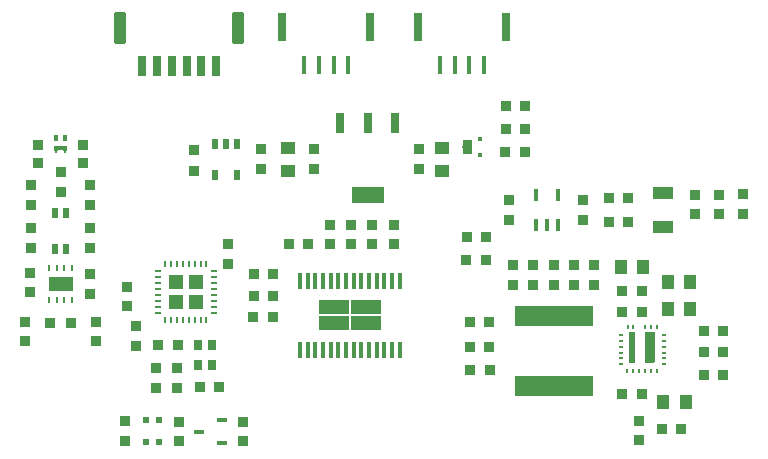
<source format=gbr>
G04*
G04 #@! TF.GenerationSoftware,Altium Limited,Altium Designer,24.7.2 (38)*
G04*
G04 Layer_Color=8421504*
%FSLAX25Y25*%
%MOIN*%
G70*
G04*
G04 #@! TF.SameCoordinates,AB7849DE-EAC8-4354-A705-FC1E97C67EB3*
G04*
G04*
G04 #@! TF.FilePolarity,Positive*
G04*
G01*
G75*
%ADD25R,0.05118X0.05118*%
%ADD26R,0.09875X0.04724*%
G04:AMPARAMS|DCode=27|XSize=38.83mil|YSize=46.7mil|CornerRadius=0mil|HoleSize=0mil|Usage=FLASHONLY|Rotation=180.000|XOffset=0mil|YOffset=0mil|HoleType=Round|Shape=RoundedRectangle|*
%AMROUNDEDRECTD27*
21,1,0.03883,0.04670,0,0,180.0*
21,1,0.03883,0.04670,0,0,180.0*
1,1,0.00000,-0.01941,0.02335*
1,1,0.00000,0.01941,0.02335*
1,1,0.00000,0.01941,-0.02335*
1,1,0.00000,-0.01941,-0.02335*
%
%ADD27ROUNDEDRECTD27*%
G04:AMPARAMS|DCode=28|XSize=34.01mil|YSize=30.08mil|CornerRadius=0mil|HoleSize=0mil|Usage=FLASHONLY|Rotation=270.000|XOffset=0mil|YOffset=0mil|HoleType=Round|Shape=RoundedRectangle|*
%AMROUNDEDRECTD28*
21,1,0.03401,0.03008,0,0,270.0*
21,1,0.03401,0.03008,0,0,270.0*
1,1,0.00000,-0.01504,-0.01701*
1,1,0.00000,-0.01504,0.01701*
1,1,0.00000,0.01504,0.01701*
1,1,0.00000,0.01504,-0.01701*
%
%ADD28ROUNDEDRECTD28*%
G04:AMPARAMS|DCode=29|XSize=53.15mil|YSize=11.81mil|CornerRadius=0mil|HoleSize=0mil|Usage=FLASHONLY|Rotation=270.000|XOffset=0mil|YOffset=0mil|HoleType=Round|Shape=RoundedRectangle|*
%AMROUNDEDRECTD29*
21,1,0.05315,0.01181,0,0,270.0*
21,1,0.05315,0.01181,0,0,270.0*
1,1,0.00000,-0.00591,-0.02657*
1,1,0.00000,-0.00591,0.02657*
1,1,0.00000,0.00591,0.02657*
1,1,0.00000,0.00591,-0.02657*
%
%ADD29ROUNDEDRECTD29*%
G04:AMPARAMS|DCode=30|XSize=263.11mil|YSize=66.26mil|CornerRadius=0mil|HoleSize=0mil|Usage=FLASHONLY|Rotation=180.000|XOffset=0mil|YOffset=0mil|HoleType=Round|Shape=RoundedRectangle|*
%AMROUNDEDRECTD30*
21,1,0.26311,0.06626,0,0,180.0*
21,1,0.26311,0.06626,0,0,180.0*
1,1,0.00000,-0.13156,0.03313*
1,1,0.00000,0.13156,0.03313*
1,1,0.00000,0.13156,-0.03313*
1,1,0.00000,-0.13156,-0.03313*
%
%ADD30ROUNDEDRECTD30*%
G04:AMPARAMS|DCode=31|XSize=34.01mil|YSize=30.08mil|CornerRadius=0mil|HoleSize=0mil|Usage=FLASHONLY|Rotation=0.000|XOffset=0mil|YOffset=0mil|HoleType=Round|Shape=RoundedRectangle|*
%AMROUNDEDRECTD31*
21,1,0.03401,0.03008,0,0,0.0*
21,1,0.03401,0.03008,0,0,0.0*
1,1,0.00000,0.01701,-0.01504*
1,1,0.00000,-0.01701,-0.01504*
1,1,0.00000,-0.01701,0.01504*
1,1,0.00000,0.01701,0.01504*
%
%ADD31ROUNDEDRECTD31*%
G04:AMPARAMS|DCode=32|XSize=38.83mil|YSize=46.7mil|CornerRadius=0mil|HoleSize=0mil|Usage=FLASHONLY|Rotation=90.000|XOffset=0mil|YOffset=0mil|HoleType=Round|Shape=RoundedRectangle|*
%AMROUNDEDRECTD32*
21,1,0.03883,0.04670,0,0,90.0*
21,1,0.03883,0.04670,0,0,90.0*
1,1,0.00000,0.02335,0.01941*
1,1,0.00000,0.02335,-0.01941*
1,1,0.00000,-0.02335,-0.01941*
1,1,0.00000,-0.02335,0.01941*
%
%ADD32ROUNDEDRECTD32*%
G04:AMPARAMS|DCode=33|XSize=15.99mil|YSize=59.3mil|CornerRadius=0mil|HoleSize=0mil|Usage=FLASHONLY|Rotation=180.000|XOffset=0mil|YOffset=0mil|HoleType=Round|Shape=RoundedRectangle|*
%AMROUNDEDRECTD33*
21,1,0.01599,0.05930,0,0,180.0*
21,1,0.01599,0.05930,0,0,180.0*
1,1,0.00000,-0.00800,0.02965*
1,1,0.00000,0.00800,0.02965*
1,1,0.00000,0.00800,-0.02965*
1,1,0.00000,-0.00800,-0.02965*
%
%ADD33ROUNDEDRECTD33*%
G04:AMPARAMS|DCode=34|XSize=26.79mil|YSize=93.72mil|CornerRadius=0mil|HoleSize=0mil|Usage=FLASHONLY|Rotation=180.000|XOffset=0mil|YOffset=0mil|HoleType=Round|Shape=RoundedRectangle|*
%AMROUNDEDRECTD34*
21,1,0.02679,0.09372,0,0,180.0*
21,1,0.02679,0.09372,0,0,180.0*
1,1,0.00000,-0.01339,0.04686*
1,1,0.00000,0.01339,0.04686*
1,1,0.00000,0.01339,-0.04686*
1,1,0.00000,-0.01339,-0.04686*
%
%ADD34ROUNDEDRECTD34*%
G04:AMPARAMS|DCode=35|XSize=39.37mil|YSize=106.3mil|CornerRadius=2.95mil|HoleSize=0mil|Usage=FLASHONLY|Rotation=180.000|XOffset=0mil|YOffset=0mil|HoleType=Round|Shape=RoundedRectangle|*
%AMROUNDEDRECTD35*
21,1,0.03937,0.10039,0,0,180.0*
21,1,0.03347,0.10630,0,0,180.0*
1,1,0.00591,-0.01673,0.05020*
1,1,0.00591,0.01673,0.05020*
1,1,0.00591,0.01673,-0.05020*
1,1,0.00591,-0.01673,-0.05020*
%
%ADD35ROUNDEDRECTD35*%
G04:AMPARAMS|DCode=36|XSize=23.62mil|YSize=66.93mil|CornerRadius=1.77mil|HoleSize=0mil|Usage=FLASHONLY|Rotation=180.000|XOffset=0mil|YOffset=0mil|HoleType=Round|Shape=RoundedRectangle|*
%AMROUNDEDRECTD36*
21,1,0.02362,0.06339,0,0,180.0*
21,1,0.02008,0.06693,0,0,180.0*
1,1,0.00354,-0.01004,0.03169*
1,1,0.00354,0.01004,0.03169*
1,1,0.00354,0.01004,-0.03169*
1,1,0.00354,-0.01004,-0.03169*
%
%ADD36ROUNDEDRECTD36*%
G04:AMPARAMS|DCode=37|XSize=30.08mil|YSize=34.01mil|CornerRadius=0mil|HoleSize=0mil|Usage=FLASHONLY|Rotation=180.000|XOffset=0mil|YOffset=0mil|HoleType=Round|Shape=RoundedRectangle|*
%AMROUNDEDRECTD37*
21,1,0.03008,0.03401,0,0,180.0*
21,1,0.03008,0.03401,0,0,180.0*
1,1,0.00000,-0.01504,0.01701*
1,1,0.00000,0.01504,0.01701*
1,1,0.00000,0.01504,-0.01701*
1,1,0.00000,-0.01504,-0.01701*
%
%ADD37ROUNDEDRECTD37*%
G04:AMPARAMS|DCode=38|XSize=20.13mil|YSize=8.32mil|CornerRadius=0mil|HoleSize=0mil|Usage=FLASHONLY|Rotation=180.000|XOffset=0mil|YOffset=0mil|HoleType=Round|Shape=RoundedRectangle|*
%AMROUNDEDRECTD38*
21,1,0.02013,0.00832,0,0,180.0*
21,1,0.02013,0.00832,0,0,180.0*
1,1,0.00000,-0.01006,0.00416*
1,1,0.00000,0.01006,0.00416*
1,1,0.00000,0.01006,-0.00416*
1,1,0.00000,-0.01006,-0.00416*
%
%ADD38ROUNDEDRECTD38*%
G04:AMPARAMS|DCode=39|XSize=20.13mil|YSize=8.32mil|CornerRadius=0mil|HoleSize=0mil|Usage=FLASHONLY|Rotation=90.000|XOffset=0mil|YOffset=0mil|HoleType=Round|Shape=RoundedRectangle|*
%AMROUNDEDRECTD39*
21,1,0.02013,0.00832,0,0,90.0*
21,1,0.02013,0.00832,0,0,90.0*
1,1,0.00000,0.00416,0.01006*
1,1,0.00000,0.00416,-0.01006*
1,1,0.00000,-0.00416,-0.01006*
1,1,0.00000,-0.00416,0.01006*
%
%ADD39ROUNDEDRECTD39*%
G04:AMPARAMS|DCode=40|XSize=15.85mil|YSize=31.21mil|CornerRadius=0mil|HoleSize=0mil|Usage=FLASHONLY|Rotation=90.000|XOffset=0mil|YOffset=0mil|HoleType=Round|Shape=RoundedRectangle|*
%AMROUNDEDRECTD40*
21,1,0.01585,0.03121,0,0,90.0*
21,1,0.01585,0.03121,0,0,90.0*
1,1,0.00000,0.01560,0.00793*
1,1,0.00000,0.01560,-0.00793*
1,1,0.00000,-0.01560,-0.00793*
1,1,0.00000,-0.01560,0.00793*
%
%ADD40ROUNDEDRECTD40*%
G04:AMPARAMS|DCode=41|XSize=21.35mil|YSize=21.35mil|CornerRadius=0mil|HoleSize=0mil|Usage=FLASHONLY|Rotation=270.000|XOffset=0mil|YOffset=0mil|HoleType=Round|Shape=RoundedRectangle|*
%AMROUNDEDRECTD41*
21,1,0.02135,0.02135,0,0,270.0*
21,1,0.02135,0.02135,0,0,270.0*
1,1,0.00000,-0.01067,-0.01067*
1,1,0.00000,-0.01067,0.01067*
1,1,0.00000,0.01067,0.01067*
1,1,0.00000,0.01067,-0.01067*
%
%ADD41ROUNDEDRECTD41*%
G04:AMPARAMS|DCode=42|XSize=30.97mil|YSize=27.03mil|CornerRadius=0mil|HoleSize=0mil|Usage=FLASHONLY|Rotation=90.000|XOffset=0mil|YOffset=0mil|HoleType=Round|Shape=RoundedRectangle|*
%AMROUNDEDRECTD42*
21,1,0.03097,0.02703,0,0,90.0*
21,1,0.03097,0.02703,0,0,90.0*
1,1,0.00000,0.01351,0.01548*
1,1,0.00000,0.01351,-0.01548*
1,1,0.00000,-0.01351,-0.01548*
1,1,0.00000,-0.01351,0.01548*
%
%ADD42ROUNDEDRECTD42*%
G04:AMPARAMS|DCode=43|XSize=30.08mil|YSize=34.01mil|CornerRadius=0mil|HoleSize=0mil|Usage=FLASHONLY|Rotation=270.000|XOffset=0mil|YOffset=0mil|HoleType=Round|Shape=RoundedRectangle|*
%AMROUNDEDRECTD43*
21,1,0.03008,0.03401,0,0,270.0*
21,1,0.03008,0.03401,0,0,270.0*
1,1,0.00000,-0.01701,-0.01504*
1,1,0.00000,-0.01701,0.01504*
1,1,0.00000,0.01701,0.01504*
1,1,0.00000,0.01701,-0.01504*
%
%ADD43ROUNDEDRECTD43*%
G04:AMPARAMS|DCode=44|XSize=15.24mil|YSize=36.9mil|CornerRadius=0mil|HoleSize=0mil|Usage=FLASHONLY|Rotation=180.000|XOffset=0mil|YOffset=0mil|HoleType=Round|Shape=RoundedRectangle|*
%AMROUNDEDRECTD44*
21,1,0.01524,0.03690,0,0,180.0*
21,1,0.01524,0.03690,0,0,180.0*
1,1,0.00000,-0.00762,0.01845*
1,1,0.00000,0.00762,0.01845*
1,1,0.00000,0.00762,-0.01845*
1,1,0.00000,-0.00762,-0.01845*
%
%ADD44ROUNDEDRECTD44*%
G04:AMPARAMS|DCode=45|XSize=64.83mil|YSize=37.27mil|CornerRadius=0mil|HoleSize=0mil|Usage=FLASHONLY|Rotation=0.000|XOffset=0mil|YOffset=0mil|HoleType=Round|Shape=RoundedRectangle|*
%AMROUNDEDRECTD45*
21,1,0.06483,0.03727,0,0,0.0*
21,1,0.06483,0.03727,0,0,0.0*
1,1,0.00000,0.03242,-0.01864*
1,1,0.00000,-0.03242,-0.01864*
1,1,0.00000,-0.03242,0.01864*
1,1,0.00000,0.03242,0.01864*
%
%ADD45ROUNDEDRECTD45*%
G04:AMPARAMS|DCode=46|XSize=17.31mil|YSize=8.46mil|CornerRadius=0mil|HoleSize=0mil|Usage=FLASHONLY|Rotation=90.000|XOffset=0mil|YOffset=0mil|HoleType=Round|Shape=RoundedRectangle|*
%AMROUNDEDRECTD46*
21,1,0.01731,0.00846,0,0,90.0*
21,1,0.01731,0.00846,0,0,90.0*
1,1,0.00000,0.00423,0.00866*
1,1,0.00000,0.00423,-0.00866*
1,1,0.00000,-0.00423,-0.00866*
1,1,0.00000,-0.00423,0.00866*
%
%ADD46ROUNDEDRECTD46*%
G04:AMPARAMS|DCode=47|XSize=47.55mil|YSize=79.04mil|CornerRadius=0mil|HoleSize=0mil|Usage=FLASHONLY|Rotation=90.000|XOffset=0mil|YOffset=0mil|HoleType=Round|Shape=RoundedRectangle|*
%AMROUNDEDRECTD47*
21,1,0.04755,0.07904,0,0,90.0*
21,1,0.04755,0.07904,0,0,90.0*
1,1,0.00000,0.03952,0.02377*
1,1,0.00000,0.03952,-0.02377*
1,1,0.00000,-0.03952,-0.02377*
1,1,0.00000,-0.03952,0.02377*
%
%ADD47ROUNDEDRECTD47*%
G04:AMPARAMS|DCode=48|XSize=11.65mil|YSize=17.56mil|CornerRadius=0mil|HoleSize=0mil|Usage=FLASHONLY|Rotation=0.000|XOffset=0mil|YOffset=0mil|HoleType=Round|Shape=RoundedRectangle|*
%AMROUNDEDRECTD48*
21,1,0.01165,0.01756,0,0,0.0*
21,1,0.01165,0.01756,0,0,0.0*
1,1,0.00000,0.00583,-0.00878*
1,1,0.00000,-0.00583,-0.00878*
1,1,0.00000,-0.00583,0.00878*
1,1,0.00000,0.00583,0.00878*
%
%ADD48ROUNDEDRECTD48*%
G04:AMPARAMS|DCode=49|XSize=34.63mil|YSize=16.92mil|CornerRadius=0mil|HoleSize=0mil|Usage=FLASHONLY|Rotation=270.000|XOffset=0mil|YOffset=0mil|HoleType=Round|Shape=RoundedRectangle|*
%AMROUNDEDRECTD49*
21,1,0.03463,0.01692,0,0,270.0*
21,1,0.03463,0.01692,0,0,270.0*
1,1,0.00000,-0.00846,-0.01732*
1,1,0.00000,-0.00846,0.01732*
1,1,0.00000,0.00846,0.01732*
1,1,0.00000,0.00846,-0.01732*
%
%ADD49ROUNDEDRECTD49*%
G04:AMPARAMS|DCode=50|XSize=26.33mil|YSize=63.74mil|CornerRadius=0mil|HoleSize=0mil|Usage=FLASHONLY|Rotation=0.000|XOffset=0mil|YOffset=0mil|HoleType=Round|Shape=RoundedRectangle|*
%AMROUNDEDRECTD50*
21,1,0.02633,0.06374,0,0,0.0*
21,1,0.02633,0.06374,0,0,0.0*
1,1,0.00000,0.01317,-0.03187*
1,1,0.00000,-0.01317,-0.03187*
1,1,0.00000,-0.01317,0.03187*
1,1,0.00000,0.01317,0.03187*
%
%ADD50ROUNDEDRECTD50*%
G04:AMPARAMS|DCode=51|XSize=53.72mil|YSize=106.87mil|CornerRadius=0mil|HoleSize=0mil|Usage=FLASHONLY|Rotation=270.000|XOffset=0mil|YOffset=0mil|HoleType=Round|Shape=RoundedRectangle|*
%AMROUNDEDRECTD51*
21,1,0.05372,0.10687,0,0,270.0*
21,1,0.05372,0.10687,0,0,270.0*
1,1,0.00000,-0.05344,-0.02686*
1,1,0.00000,-0.05344,0.02686*
1,1,0.00000,0.05344,0.02686*
1,1,0.00000,0.05344,-0.02686*
%
%ADD51ROUNDEDRECTD51*%
G04:AMPARAMS|DCode=52|XSize=11.81mil|YSize=15.75mil|CornerRadius=0mil|HoleSize=0mil|Usage=FLASHONLY|Rotation=90.000|XOffset=0mil|YOffset=0mil|HoleType=Round|Shape=RoundedRectangle|*
%AMROUNDEDRECTD52*
21,1,0.01181,0.01575,0,0,90.0*
21,1,0.01181,0.01575,0,0,90.0*
1,1,0.00000,0.00787,0.00591*
1,1,0.00000,0.00787,-0.00591*
1,1,0.00000,-0.00787,-0.00591*
1,1,0.00000,-0.00787,0.00591*
%
%ADD52ROUNDEDRECTD52*%
G04:AMPARAMS|DCode=53|XSize=36.5mil|YSize=16.81mil|CornerRadius=0mil|HoleSize=0mil|Usage=FLASHONLY|Rotation=270.000|XOffset=0mil|YOffset=0mil|HoleType=Round|Shape=RoundedRectangle|*
%AMROUNDEDRECTD53*
21,1,0.03650,0.01681,0,0,270.0*
21,1,0.03650,0.01681,0,0,270.0*
1,1,0.00000,-0.00841,-0.01825*
1,1,0.00000,-0.00841,0.01825*
1,1,0.00000,0.00841,0.01825*
1,1,0.00000,0.00841,-0.01825*
%
%ADD53ROUNDEDRECTD53*%
%ADD54R,0.01490X0.00702*%
%ADD55R,0.00702X0.01490*%
G36*
X151669Y290454D02*
X151659Y290447D01*
X151618Y290410D01*
X151580Y290369D01*
X151548Y290323D01*
X151521Y290274D01*
X151500Y290223D01*
X151485Y290170D01*
X151475Y290115D01*
X151472Y290059D01*
Y289571D01*
X150890D01*
Y290059D01*
X150887Y290115D01*
X150878Y290170D01*
X150862Y290223D01*
X150841Y290274D01*
X150814Y290323D01*
X150782Y290369D01*
X150745Y290410D01*
X150703Y290447D01*
X150658Y290479D01*
X150609Y290506D01*
X150558Y290528D01*
X150504Y290543D01*
X150449Y290552D01*
X150394Y290556D01*
X148819D01*
X148763Y290552D01*
X148708Y290543D01*
X148655Y290528D01*
X148603Y290506D01*
X148555Y290479D01*
X148509Y290447D01*
X148468Y290410D01*
X148431Y290369D01*
X148399Y290323D01*
X148372Y290274D01*
X148350Y290223D01*
X148335Y290170D01*
X148326Y290115D01*
X148322Y290059D01*
Y289571D01*
X147740D01*
Y290059D01*
X147737Y290115D01*
X147728Y290170D01*
X147713Y290223D01*
X147691Y290274D01*
X147664Y290323D01*
X147632Y290369D01*
X147595Y290410D01*
X147554Y290447D01*
X147544Y290454D01*
Y291925D01*
X151669D01*
Y290454D01*
D02*
G37*
G36*
X286718Y289266D02*
X283754D01*
Y290945D01*
X283751Y291012D01*
X283741Y291078D01*
X283725Y291143D01*
X283702Y291207D01*
X283674Y291267D01*
X283639Y291325D01*
X283599Y291379D01*
X283554Y291428D01*
X283505Y291473D01*
X283451Y291513D01*
X283393Y291548D01*
X283332Y291577D01*
X283269Y291599D01*
X283204Y291615D01*
X283138Y291625D01*
X283071Y291629D01*
X282770D01*
Y291836D01*
X283071D01*
X283138Y291839D01*
X283204Y291849D01*
X283269Y291865D01*
X283332Y291888D01*
X283393Y291917D01*
X283451Y291951D01*
X283505Y291991D01*
X283554Y292036D01*
X283599Y292086D01*
X283639Y292140D01*
X283674Y292197D01*
X283702Y292258D01*
X283725Y292321D01*
X283741Y292386D01*
X283751Y292453D01*
X283754Y292520D01*
Y294198D01*
X286718D01*
Y289266D01*
D02*
G37*
G36*
X347723Y220185D02*
X347499Y219962D01*
X347315Y219777D01*
X344521D01*
Y230027D01*
X347723D01*
Y220185D01*
D02*
G37*
G36*
X341184Y219623D02*
X339170D01*
Y230181D01*
X341184D01*
Y219623D01*
D02*
G37*
D25*
X194698Y239983D02*
D03*
Y246676D02*
D03*
X188005D02*
D03*
Y239983D02*
D03*
D26*
X251462Y238368D02*
D03*
Y232893D02*
D03*
X240667D02*
D03*
Y238368D02*
D03*
D27*
X359449Y237795D02*
D03*
X351969D02*
D03*
X350590Y206693D02*
D03*
X358071D02*
D03*
X343898Y251772D02*
D03*
X336417D02*
D03*
X351969Y246654D02*
D03*
X359449D02*
D03*
D28*
X307189Y252350D02*
D03*
Y245657D02*
D03*
X188399Y218133D02*
D03*
Y211440D02*
D03*
X171240Y193677D02*
D03*
Y200370D02*
D03*
X205512Y252559D02*
D03*
Y259252D02*
D03*
X181509Y211440D02*
D03*
Y218133D02*
D03*
X174619Y225219D02*
D03*
Y231912D02*
D03*
X323819Y274016D02*
D03*
Y267323D02*
D03*
X299213D02*
D03*
Y274016D02*
D03*
X300492Y245650D02*
D03*
Y252343D02*
D03*
X376969Y269291D02*
D03*
Y275984D02*
D03*
X320655Y245735D02*
D03*
Y252428D02*
D03*
X327389Y245696D02*
D03*
Y252389D02*
D03*
X149606Y283268D02*
D03*
Y276575D02*
D03*
X139764Y278937D02*
D03*
Y272244D02*
D03*
X159449Y258071D02*
D03*
Y264764D02*
D03*
X139764Y258071D02*
D03*
Y264764D02*
D03*
X159449Y278937D02*
D03*
Y272244D02*
D03*
Y249410D02*
D03*
Y242717D02*
D03*
X370276Y230315D02*
D03*
X363976D02*
D03*
X194095Y290551D02*
D03*
Y283858D02*
D03*
X216535Y284252D02*
D03*
Y290945D02*
D03*
X234252Y284252D02*
D03*
Y290945D02*
D03*
X269221Y284424D02*
D03*
Y291117D02*
D03*
X313942Y252369D02*
D03*
Y245676D02*
D03*
D29*
X229429Y224213D02*
D03*
X231988D02*
D03*
X234547D02*
D03*
X237106D02*
D03*
X239665D02*
D03*
X242224D02*
D03*
X244783D02*
D03*
X247342D02*
D03*
X249902D02*
D03*
X252461D02*
D03*
X255020D02*
D03*
X257579D02*
D03*
X260138D02*
D03*
X262697D02*
D03*
X229429Y247047D02*
D03*
X231988D02*
D03*
X234547D02*
D03*
X237106D02*
D03*
X239665D02*
D03*
X242224D02*
D03*
X244783D02*
D03*
X247342D02*
D03*
X249902D02*
D03*
X252461D02*
D03*
X255020D02*
D03*
X257579D02*
D03*
X260138D02*
D03*
X262697D02*
D03*
D30*
X313976Y212205D02*
D03*
Y235433D02*
D03*
D31*
X343577Y209252D02*
D03*
X336884D02*
D03*
X182099Y225613D02*
D03*
X188792D02*
D03*
X291494Y254043D02*
D03*
X284801D02*
D03*
X292675Y217232D02*
D03*
X285982D02*
D03*
X297835Y289980D02*
D03*
X304528D02*
D03*
X220472Y235039D02*
D03*
X213779D02*
D03*
X152953Y233169D02*
D03*
X146260D02*
D03*
X157087Y286221D02*
D03*
Y292520D02*
D03*
X142126Y286221D02*
D03*
Y292520D02*
D03*
X336811Y236614D02*
D03*
X343504D02*
D03*
X336811Y243701D02*
D03*
X343504D02*
D03*
D32*
X276772Y291339D02*
D03*
Y283858D02*
D03*
X225394Y291339D02*
D03*
Y283858D02*
D03*
D33*
X290846Y318993D02*
D03*
X285925D02*
D03*
X281004D02*
D03*
X276083D02*
D03*
X245571D02*
D03*
X240650D02*
D03*
X235728D02*
D03*
X230807D02*
D03*
D34*
X298130Y331592D02*
D03*
X268799D02*
D03*
X252854D02*
D03*
X223524D02*
D03*
D35*
X208733Y331413D02*
D03*
X169560D02*
D03*
D36*
X201450Y318815D02*
D03*
X196528D02*
D03*
X191607D02*
D03*
X186686D02*
D03*
X181765D02*
D03*
X176843D02*
D03*
D37*
X139370Y243307D02*
D03*
Y249606D02*
D03*
X188957Y193874D02*
D03*
Y200173D02*
D03*
X369094Y275787D02*
D03*
Y269488D02*
D03*
X210531Y200000D02*
D03*
Y193701D02*
D03*
X171850Y238779D02*
D03*
Y245079D02*
D03*
X361221Y275787D02*
D03*
Y269488D02*
D03*
X260630Y259449D02*
D03*
Y265748D02*
D03*
X253543Y259449D02*
D03*
Y265748D02*
D03*
X246457Y259449D02*
D03*
Y265748D02*
D03*
X239370Y259449D02*
D03*
Y265748D02*
D03*
X161417Y227165D02*
D03*
Y233465D02*
D03*
X137795Y227165D02*
D03*
Y233465D02*
D03*
X342520Y200394D02*
D03*
Y194095D02*
D03*
D38*
X182099Y236440D02*
D03*
Y238408D02*
D03*
Y240377D02*
D03*
Y242345D02*
D03*
X200603Y244314D02*
D03*
Y246282D02*
D03*
Y248251D02*
D03*
Y250219D02*
D03*
X182099Y244314D02*
D03*
Y246282D02*
D03*
Y248251D02*
D03*
Y250219D02*
D03*
X200603Y236440D02*
D03*
Y238408D02*
D03*
Y240377D02*
D03*
Y242345D02*
D03*
D39*
X184462Y234078D02*
D03*
X186430D02*
D03*
X188399D02*
D03*
X190367D02*
D03*
X192336D02*
D03*
X194304D02*
D03*
X196273D02*
D03*
X198241D02*
D03*
Y252582D02*
D03*
X196273D02*
D03*
X194304D02*
D03*
X192336D02*
D03*
X184462D02*
D03*
X190367D02*
D03*
X188399D02*
D03*
X186430D02*
D03*
D40*
X195866Y196850D02*
D03*
X203543Y200591D02*
D03*
Y193110D02*
D03*
D41*
X182264Y200626D02*
D03*
Y193421D02*
D03*
X177933Y200626D02*
D03*
Y193421D02*
D03*
D42*
X200210Y225613D02*
D03*
X195387D02*
D03*
X200210Y219215D02*
D03*
X195387D02*
D03*
D43*
X196076Y211833D02*
D03*
X202375D02*
D03*
X332480Y274606D02*
D03*
X338779D02*
D03*
Y266732D02*
D03*
X332480D02*
D03*
X291339Y261614D02*
D03*
X285039D02*
D03*
X286024Y225197D02*
D03*
X292323D02*
D03*
X286024Y233268D02*
D03*
X292323D02*
D03*
X225892Y259252D02*
D03*
X232191D02*
D03*
X363976Y215551D02*
D03*
X370276D02*
D03*
X298031Y297854D02*
D03*
X304331D02*
D03*
X220276Y242126D02*
D03*
X213976D02*
D03*
X356496Y197835D02*
D03*
X350197D02*
D03*
X220276Y249410D02*
D03*
X213976D02*
D03*
X298031Y305459D02*
D03*
X304331D02*
D03*
X370276Y223425D02*
D03*
X363976D02*
D03*
D44*
X308090Y265602D02*
D03*
X311831D02*
D03*
X315571D02*
D03*
X308090Y275839D02*
D03*
X315571D02*
D03*
D45*
X350394Y264961D02*
D03*
Y276378D02*
D03*
D46*
X148327Y251327D02*
D03*
X153445Y240602D02*
D03*
X150886D02*
D03*
X145768Y240600D02*
D03*
X148327Y240602D02*
D03*
X150886Y251327D02*
D03*
X145768D02*
D03*
X153445D02*
D03*
D47*
X149606Y245965D02*
D03*
D48*
X151181Y294685D02*
D03*
X148031D02*
D03*
D49*
X151575Y269685D02*
D03*
X147638D02*
D03*
Y257677D02*
D03*
X151575D02*
D03*
D50*
X261024Y299606D02*
D03*
X251969D02*
D03*
X242913D02*
D03*
D51*
X251969Y275590D02*
D03*
D52*
X289370Y289173D02*
D03*
Y294291D02*
D03*
D53*
X200984Y282480D02*
D03*
X208465Y292717D02*
D03*
X204724D02*
D03*
X200984D02*
D03*
X208465Y282480D02*
D03*
D54*
X350689Y219252D02*
D03*
Y225158D02*
D03*
Y223189D02*
D03*
Y221221D02*
D03*
X336358Y219252D02*
D03*
Y221221D02*
D03*
Y223189D02*
D03*
Y225158D02*
D03*
Y227127D02*
D03*
X350689Y227127D02*
D03*
X336358Y229095D02*
D03*
X350689Y229095D02*
D03*
D55*
X348425Y217008D02*
D03*
X346457D02*
D03*
X344488D02*
D03*
X342520D02*
D03*
X340551D02*
D03*
X338583D02*
D03*
X338622Y231851D02*
D03*
X340591D02*
D03*
X344488Y231851D02*
D03*
X346457D02*
D03*
X348425D02*
D03*
M02*

</source>
